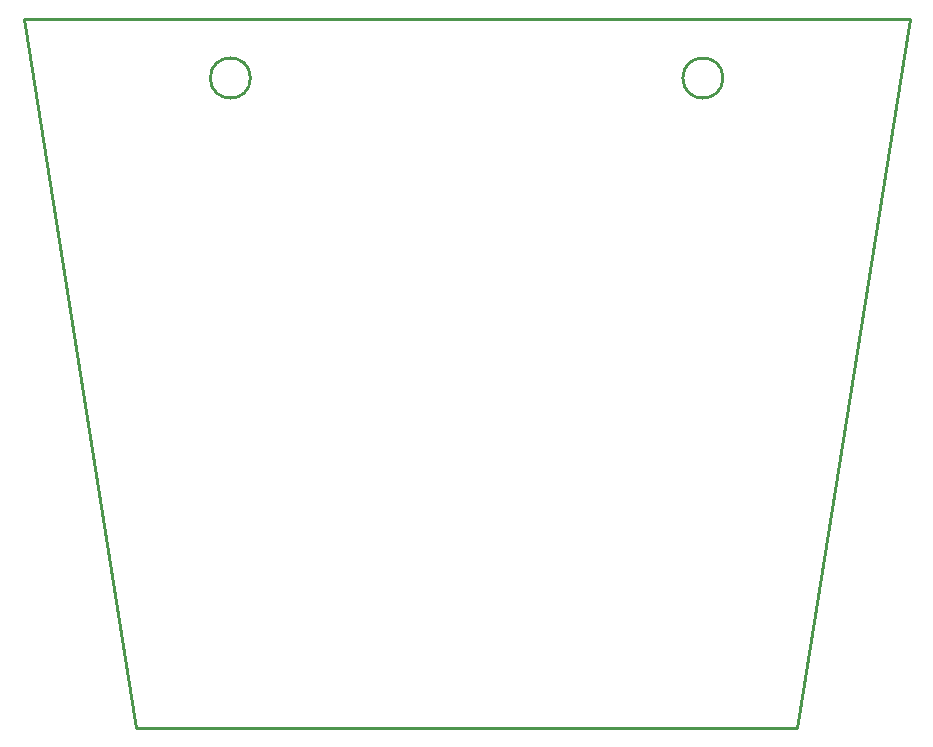
<source format=gbr>
%TF.GenerationSoftware,KiCad,Pcbnew,7.0.7*%
%TF.CreationDate,2024-01-23T00:18:07-08:00*%
%TF.ProjectId,hb100_horn_horizontal_wall,68623130-305f-4686-9f72-6e5f686f7269,rev?*%
%TF.SameCoordinates,Original*%
%TF.FileFunction,Profile,NP*%
%FSLAX46Y46*%
G04 Gerber Fmt 4.6, Leading zero omitted, Abs format (unit mm)*
G04 Created by KiCad (PCBNEW 7.0.7) date 2024-01-23 00:18:07*
%MOMM*%
%LPD*%
G01*
G04 APERTURE LIST*
%TA.AperFunction,Profile*%
%ADD10C,0.250000*%
%TD*%
G04 APERTURE END LIST*
D10*
X107000000Y-21500000D02*
X97500000Y-81507425D01*
X51200000Y-26500000D02*
G75*
G03*
X51200000Y-26500000I-1700000J0D01*
G01*
X91200000Y-26500000D02*
G75*
G03*
X91200000Y-26500000I-1700000J0D01*
G01*
X97500000Y-81507425D02*
X41500000Y-81507425D01*
X41500000Y-81507425D02*
X32000000Y-21500000D01*
X32000000Y-21500000D02*
X107000000Y-21500000D01*
M02*

</source>
